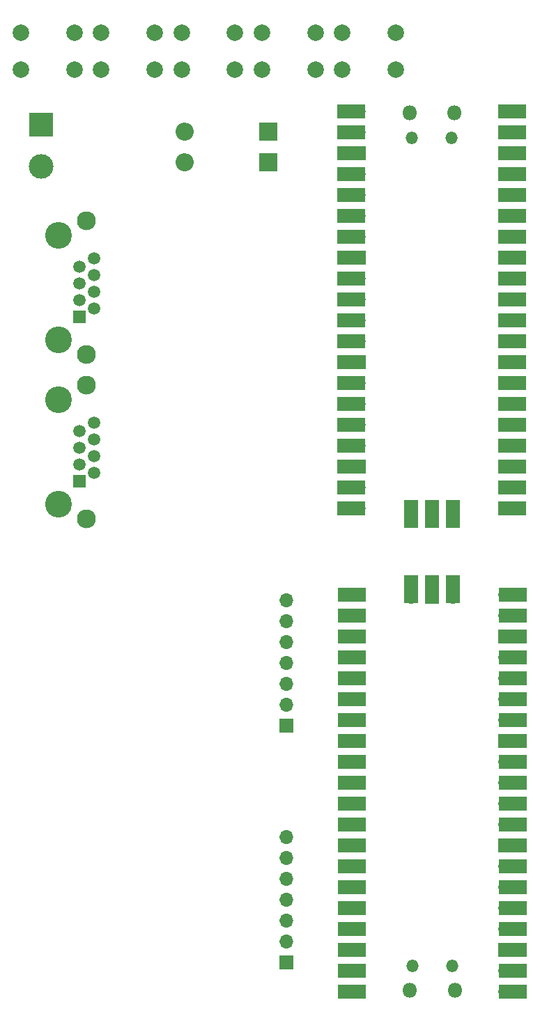
<source format=gbr>
%TF.GenerationSoftware,KiCad,Pcbnew,7.0.7*%
%TF.CreationDate,2025-01-13T16:20:32+01:00*%
%TF.ProjectId,PICO board v4.0,5049434f-2062-46f6-9172-642076342e30,rev?*%
%TF.SameCoordinates,Original*%
%TF.FileFunction,Soldermask,Top*%
%TF.FilePolarity,Negative*%
%FSLAX46Y46*%
G04 Gerber Fmt 4.6, Leading zero omitted, Abs format (unit mm)*
G04 Created by KiCad (PCBNEW 7.0.7) date 2025-01-13 16:20:32*
%MOMM*%
%LPD*%
G01*
G04 APERTURE LIST*
%ADD10C,2.000000*%
%ADD11O,1.800000X1.800000*%
%ADD12O,1.500000X1.500000*%
%ADD13O,1.700000X1.700000*%
%ADD14R,3.500000X1.700000*%
%ADD15R,1.700000X1.700000*%
%ADD16R,1.700000X3.500000*%
%ADD17C,3.250000*%
%ADD18R,1.500000X1.500000*%
%ADD19C,1.500000*%
%ADD20C,2.300000*%
%ADD21R,3.000000X3.000000*%
%ADD22C,3.000000*%
%ADD23R,2.200000X2.200000*%
%ADD24O,2.200000X2.200000*%
G04 APERTURE END LIST*
D10*
%TO.C,SW5*%
X115050000Y-35350000D03*
X121550000Y-35350000D03*
X115050000Y-39850000D03*
X121550000Y-39850000D03*
%TD*%
D11*
%TO.C,U1*%
X128735000Y-151830000D03*
D12*
X128435000Y-148800000D03*
X123585000Y-148800000D03*
D11*
X123285000Y-151830000D03*
D13*
X134900000Y-151960000D03*
D14*
X135800000Y-151960000D03*
D13*
X134900000Y-149420000D03*
D14*
X135800000Y-149420000D03*
D15*
X134900000Y-146880000D03*
D14*
X135800000Y-146880000D03*
D13*
X134900000Y-144340000D03*
D14*
X135800000Y-144340000D03*
D13*
X134900000Y-141800000D03*
D14*
X135800000Y-141800000D03*
D13*
X134900000Y-139260000D03*
D14*
X135800000Y-139260000D03*
D13*
X134900000Y-136720000D03*
D14*
X135800000Y-136720000D03*
D15*
X134900000Y-134180000D03*
D14*
X135800000Y-134180000D03*
D13*
X134900000Y-131640000D03*
D14*
X135800000Y-131640000D03*
D13*
X134900000Y-129100000D03*
D14*
X135800000Y-129100000D03*
D13*
X134900000Y-126560000D03*
D14*
X135800000Y-126560000D03*
D13*
X134900000Y-124020000D03*
D14*
X135800000Y-124020000D03*
D15*
X134900000Y-121480000D03*
D14*
X135800000Y-121480000D03*
D13*
X134900000Y-118940000D03*
D14*
X135800000Y-118940000D03*
D13*
X134900000Y-116400000D03*
D14*
X135800000Y-116400000D03*
D13*
X134900000Y-113860000D03*
D14*
X135800000Y-113860000D03*
D13*
X134900000Y-111320000D03*
D14*
X135800000Y-111320000D03*
D15*
X134900000Y-108780000D03*
D14*
X135800000Y-108780000D03*
D13*
X134900000Y-106240000D03*
D14*
X135800000Y-106240000D03*
D13*
X134900000Y-103700000D03*
D14*
X135800000Y-103700000D03*
D13*
X117120000Y-103700000D03*
D14*
X116220000Y-103700000D03*
D13*
X117120000Y-106240000D03*
D14*
X116220000Y-106240000D03*
D15*
X117120000Y-108780000D03*
D14*
X116220000Y-108780000D03*
D13*
X117120000Y-111320000D03*
D14*
X116220000Y-111320000D03*
D13*
X117120000Y-113860000D03*
D14*
X116220000Y-113860000D03*
D13*
X117120000Y-116400000D03*
D14*
X116220000Y-116400000D03*
D13*
X117120000Y-118940000D03*
D14*
X116220000Y-118940000D03*
D15*
X117120000Y-121480000D03*
D14*
X116220000Y-121480000D03*
D13*
X117120000Y-124020000D03*
D14*
X116220000Y-124020000D03*
D13*
X117120000Y-126560000D03*
D14*
X116220000Y-126560000D03*
D13*
X117120000Y-129100000D03*
D14*
X116220000Y-129100000D03*
D13*
X117120000Y-131640000D03*
D14*
X116220000Y-131640000D03*
D15*
X117120000Y-134180000D03*
D14*
X116220000Y-134180000D03*
D13*
X117120000Y-136720000D03*
D14*
X116220000Y-136720000D03*
D13*
X117120000Y-139260000D03*
D14*
X116220000Y-139260000D03*
D13*
X117120000Y-141800000D03*
D14*
X116220000Y-141800000D03*
D13*
X117120000Y-144340000D03*
D14*
X116220000Y-144340000D03*
D15*
X117120000Y-146880000D03*
D14*
X116220000Y-146880000D03*
D13*
X117120000Y-149420000D03*
D14*
X116220000Y-149420000D03*
D13*
X117120000Y-151960000D03*
D14*
X116220000Y-151960000D03*
D13*
X128550000Y-103930000D03*
D16*
X128550000Y-103030000D03*
D15*
X126010000Y-103930000D03*
D16*
X126010000Y-103030000D03*
D13*
X123470000Y-103930000D03*
D16*
X123470000Y-103030000D03*
%TD*%
D15*
%TO.C,J4*%
X108300000Y-119600000D03*
D13*
X108300000Y-117060000D03*
X108300000Y-114520000D03*
X108300000Y-111980000D03*
X108300000Y-109440000D03*
X108300000Y-106900000D03*
X108300000Y-104360000D03*
%TD*%
D17*
%TO.C,J3*%
X80570000Y-92720000D03*
X80570000Y-80020000D03*
D18*
X83110000Y-89930000D03*
D19*
X84890000Y-88914000D03*
X83110000Y-87898000D03*
X84890000Y-86882000D03*
X83110000Y-85866000D03*
X84890000Y-84850000D03*
X83110000Y-83834000D03*
X84890000Y-82818000D03*
D20*
X84000000Y-94500000D03*
X84000000Y-78240000D03*
%TD*%
D10*
%TO.C,SW3*%
X95550000Y-35350000D03*
X102050000Y-35350000D03*
X95550000Y-39850000D03*
X102050000Y-39850000D03*
%TD*%
D15*
%TO.C,J5*%
X108275000Y-148400000D03*
D13*
X108275000Y-145860000D03*
X108275000Y-143320000D03*
X108275000Y-140780000D03*
X108275000Y-138240000D03*
X108275000Y-135700000D03*
X108275000Y-133160000D03*
%TD*%
D21*
%TO.C,J1*%
X78500000Y-46560000D03*
D22*
X78500000Y-51640000D03*
%TD*%
D23*
%TO.C,D1*%
X106080000Y-51150000D03*
D24*
X95920000Y-51150000D03*
%TD*%
D23*
%TO.C,D2*%
X106080000Y-47400000D03*
D24*
X95920000Y-47400000D03*
%TD*%
D10*
%TO.C,SW2*%
X85800000Y-35350000D03*
X92300000Y-35350000D03*
X85800000Y-39850000D03*
X92300000Y-39850000D03*
%TD*%
D16*
%TO.C,U2*%
X128500000Y-93900000D03*
D13*
X128500000Y-93000000D03*
D16*
X125960000Y-93900000D03*
D15*
X125960000Y-93000000D03*
D16*
X123420000Y-93900000D03*
D13*
X123420000Y-93000000D03*
D14*
X135750000Y-44970000D03*
D13*
X134850000Y-44970000D03*
D14*
X135750000Y-47510000D03*
D13*
X134850000Y-47510000D03*
D14*
X135750000Y-50050000D03*
D15*
X134850000Y-50050000D03*
D14*
X135750000Y-52590000D03*
D13*
X134850000Y-52590000D03*
D14*
X135750000Y-55130000D03*
D13*
X134850000Y-55130000D03*
D14*
X135750000Y-57670000D03*
D13*
X134850000Y-57670000D03*
D14*
X135750000Y-60210000D03*
D13*
X134850000Y-60210000D03*
D14*
X135750000Y-62750000D03*
D15*
X134850000Y-62750000D03*
D14*
X135750000Y-65290000D03*
D13*
X134850000Y-65290000D03*
D14*
X135750000Y-67830000D03*
D13*
X134850000Y-67830000D03*
D14*
X135750000Y-70370000D03*
D13*
X134850000Y-70370000D03*
D14*
X135750000Y-72910000D03*
D13*
X134850000Y-72910000D03*
D14*
X135750000Y-75450000D03*
D15*
X134850000Y-75450000D03*
D14*
X135750000Y-77990000D03*
D13*
X134850000Y-77990000D03*
D14*
X135750000Y-80530000D03*
D13*
X134850000Y-80530000D03*
D14*
X135750000Y-83070000D03*
D13*
X134850000Y-83070000D03*
D14*
X135750000Y-85610000D03*
D13*
X134850000Y-85610000D03*
D14*
X135750000Y-88150000D03*
D15*
X134850000Y-88150000D03*
D14*
X135750000Y-90690000D03*
D13*
X134850000Y-90690000D03*
D14*
X135750000Y-93230000D03*
D13*
X134850000Y-93230000D03*
D14*
X116170000Y-93230000D03*
D13*
X117070000Y-93230000D03*
D14*
X116170000Y-90690000D03*
D13*
X117070000Y-90690000D03*
D14*
X116170000Y-88150000D03*
D15*
X117070000Y-88150000D03*
D14*
X116170000Y-85610000D03*
D13*
X117070000Y-85610000D03*
D14*
X116170000Y-83070000D03*
D13*
X117070000Y-83070000D03*
D14*
X116170000Y-80530000D03*
D13*
X117070000Y-80530000D03*
D14*
X116170000Y-77990000D03*
D13*
X117070000Y-77990000D03*
D14*
X116170000Y-75450000D03*
D15*
X117070000Y-75450000D03*
D14*
X116170000Y-72910000D03*
D13*
X117070000Y-72910000D03*
D14*
X116170000Y-70370000D03*
D13*
X117070000Y-70370000D03*
D14*
X116170000Y-67830000D03*
D13*
X117070000Y-67830000D03*
D14*
X116170000Y-65290000D03*
D13*
X117070000Y-65290000D03*
D14*
X116170000Y-62750000D03*
D15*
X117070000Y-62750000D03*
D14*
X116170000Y-60210000D03*
D13*
X117070000Y-60210000D03*
D14*
X116170000Y-57670000D03*
D13*
X117070000Y-57670000D03*
D14*
X116170000Y-55130000D03*
D13*
X117070000Y-55130000D03*
D14*
X116170000Y-52590000D03*
D13*
X117070000Y-52590000D03*
D14*
X116170000Y-50050000D03*
D15*
X117070000Y-50050000D03*
D14*
X116170000Y-47510000D03*
D13*
X117070000Y-47510000D03*
D14*
X116170000Y-44970000D03*
D13*
X117070000Y-44970000D03*
D11*
X128685000Y-45100000D03*
D12*
X128385000Y-48130000D03*
X123535000Y-48130000D03*
D11*
X123235000Y-45100000D03*
%TD*%
D10*
%TO.C,SW4*%
X105300000Y-35350000D03*
X111800000Y-35350000D03*
X105300000Y-39850000D03*
X111800000Y-39850000D03*
%TD*%
%TO.C,SW1*%
X76050000Y-35350000D03*
X82550000Y-35350000D03*
X76050000Y-39850000D03*
X82550000Y-39850000D03*
%TD*%
D17*
%TO.C,J2*%
X80570000Y-72720000D03*
X80570000Y-60020000D03*
D18*
X83110000Y-69930000D03*
D19*
X84890000Y-68914000D03*
X83110000Y-67898000D03*
X84890000Y-66882000D03*
X83110000Y-65866000D03*
X84890000Y-64850000D03*
X83110000Y-63834000D03*
X84890000Y-62818000D03*
D20*
X84000000Y-74500000D03*
X84000000Y-58240000D03*
%TD*%
M02*

</source>
